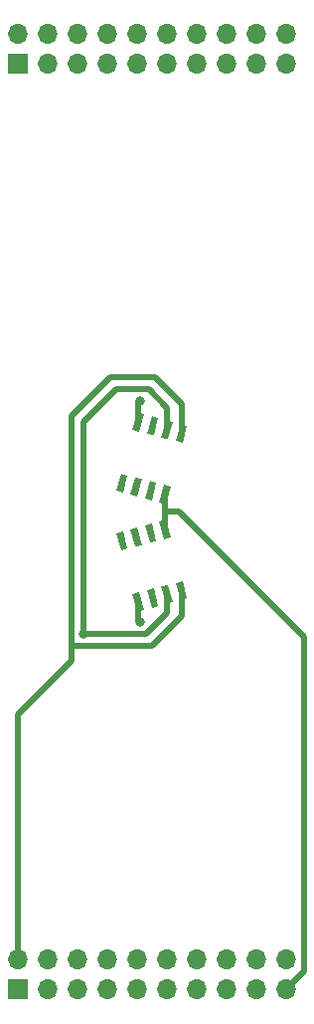
<source format=gbr>
G04 #@! TF.GenerationSoftware,KiCad,Pcbnew,5.0.2-bee76a0~70~ubuntu18.04.1*
G04 #@! TF.CreationDate,2019-10-25T10:51:07+02:00*
G04 #@! TF.ProjectId,atecc,61746563-632e-46b6-9963-61645f706362,rev?*
G04 #@! TF.SameCoordinates,Original*
G04 #@! TF.FileFunction,Copper,L1,Top*
G04 #@! TF.FilePolarity,Positive*
%FSLAX46Y46*%
G04 Gerber Fmt 4.6, Leading zero omitted, Abs format (unit mm)*
G04 Created by KiCad (PCBNEW 5.0.2-bee76a0~70~ubuntu18.04.1) date ven. 25 oct. 2019 10:51:07 CEST*
%MOMM*%
%LPD*%
G01*
G04 APERTURE LIST*
G04 #@! TA.AperFunction,SMDPad,CuDef*
%ADD10C,0.600000*%
G04 #@! TD*
G04 #@! TA.AperFunction,Conductor*
%ADD11C,0.100000*%
G04 #@! TD*
G04 #@! TA.AperFunction,ComponentPad*
%ADD12O,1.700000X1.700000*%
G04 #@! TD*
G04 #@! TA.AperFunction,ComponentPad*
%ADD13R,1.700000X1.700000*%
G04 #@! TD*
G04 #@! TA.AperFunction,ViaPad*
%ADD14C,0.800000*%
G04 #@! TD*
G04 #@! TA.AperFunction,Conductor*
%ADD15C,0.500000*%
G04 #@! TD*
G04 APERTURE END LIST*
D10*
G04 #@! TO.P,U2,8*
G04 #@! TO.N,VDDA*
X61088723Y-121973050D03*
D11*
G04 #@! TD*
G04 #@! TO.N,VDDA*
G04 #@! TO.C,U2*
G36*
X61579086Y-122643997D02*
X60999530Y-122799288D01*
X60598360Y-121302103D01*
X61177916Y-121146812D01*
X61579086Y-122643997D01*
X61579086Y-122643997D01*
G37*
D10*
G04 #@! TO.P,U2,7*
G04 #@! TO.N,Net-(U2-Pad7)*
X62315449Y-121644350D03*
D11*
G04 #@! TD*
G04 #@! TO.N,Net-(U2-Pad7)*
G04 #@! TO.C,U2*
G36*
X62805812Y-122315297D02*
X62226256Y-122470588D01*
X61825086Y-120973403D01*
X62404642Y-120818112D01*
X62805812Y-122315297D01*
X62805812Y-122315297D01*
G37*
D10*
G04 #@! TO.P,U2,6*
G04 #@! TO.N,/D1*
X63542174Y-121315650D03*
D11*
G04 #@! TD*
G04 #@! TO.N,/D1*
G04 #@! TO.C,U2*
G36*
X64032537Y-121986597D02*
X63452981Y-122141888D01*
X63051811Y-120644703D01*
X63631367Y-120489412D01*
X64032537Y-121986597D01*
X64032537Y-121986597D01*
G37*
D10*
G04 #@! TO.P,U2,5*
G04 #@! TO.N,/D0*
X64768900Y-120986949D03*
D11*
G04 #@! TD*
G04 #@! TO.N,/D0*
G04 #@! TO.C,U2*
G36*
X65259263Y-121657896D02*
X64679707Y-121813187D01*
X64278537Y-120316002D01*
X64858093Y-120160711D01*
X65259263Y-121657896D01*
X65259263Y-121657896D01*
G37*
D10*
G04 #@! TO.P,U2,4*
G04 #@! TO.N,GNDA*
X63371277Y-115770950D03*
D11*
G04 #@! TD*
G04 #@! TO.N,GNDA*
G04 #@! TO.C,U2*
G36*
X63861640Y-116441897D02*
X63282084Y-116597188D01*
X62880914Y-115100003D01*
X63460470Y-114944712D01*
X63861640Y-116441897D01*
X63861640Y-116441897D01*
G37*
D10*
G04 #@! TO.P,U2,3*
G04 #@! TO.N,Net-(U2-Pad3)*
X62144551Y-116099650D03*
D11*
G04 #@! TD*
G04 #@! TO.N,Net-(U2-Pad3)*
G04 #@! TO.C,U2*
G36*
X62634914Y-116770597D02*
X62055358Y-116925888D01*
X61654188Y-115428703D01*
X62233744Y-115273412D01*
X62634914Y-116770597D01*
X62634914Y-116770597D01*
G37*
D10*
G04 #@! TO.P,U2,2*
G04 #@! TO.N,Net-(U2-Pad2)*
X60917826Y-116428350D03*
D11*
G04 #@! TD*
G04 #@! TO.N,Net-(U2-Pad2)*
G04 #@! TO.C,U2*
G36*
X61408189Y-117099297D02*
X60828633Y-117254588D01*
X60427463Y-115757403D01*
X61007019Y-115602112D01*
X61408189Y-117099297D01*
X61408189Y-117099297D01*
G37*
D10*
G04 #@! TO.P,U2,1*
G04 #@! TO.N,Net-(U2-Pad1)*
X59691100Y-116757051D03*
D11*
G04 #@! TD*
G04 #@! TO.N,Net-(U2-Pad1)*
G04 #@! TO.C,U2*
G36*
X60181463Y-117427998D02*
X59601907Y-117583289D01*
X59200737Y-116086104D01*
X59780293Y-115930813D01*
X60181463Y-117427998D01*
X60181463Y-117427998D01*
G37*
D10*
G04 #@! TO.P,U1,1*
G04 #@! TO.N,Net-(U1-Pad1)*
X59691100Y-111842949D03*
D11*
G04 #@! TD*
G04 #@! TO.N,Net-(U1-Pad1)*
G04 #@! TO.C,U1*
G36*
X59780293Y-112669187D02*
X59200737Y-112513896D01*
X59601907Y-111016711D01*
X60181463Y-111172002D01*
X59780293Y-112669187D01*
X59780293Y-112669187D01*
G37*
D10*
G04 #@! TO.P,U1,2*
G04 #@! TO.N,Net-(U1-Pad2)*
X60917826Y-112171650D03*
D11*
G04 #@! TD*
G04 #@! TO.N,Net-(U1-Pad2)*
G04 #@! TO.C,U1*
G36*
X61007019Y-112997888D02*
X60427463Y-112842597D01*
X60828633Y-111345412D01*
X61408189Y-111500703D01*
X61007019Y-112997888D01*
X61007019Y-112997888D01*
G37*
D10*
G04 #@! TO.P,U1,3*
G04 #@! TO.N,Net-(U1-Pad3)*
X62144551Y-112500350D03*
D11*
G04 #@! TD*
G04 #@! TO.N,Net-(U1-Pad3)*
G04 #@! TO.C,U1*
G36*
X62233744Y-113326588D02*
X61654188Y-113171297D01*
X62055358Y-111674112D01*
X62634914Y-111829403D01*
X62233744Y-113326588D01*
X62233744Y-113326588D01*
G37*
D10*
G04 #@! TO.P,U1,4*
G04 #@! TO.N,GNDA*
X63371277Y-112829050D03*
D11*
G04 #@! TD*
G04 #@! TO.N,GNDA*
G04 #@! TO.C,U1*
G36*
X63460470Y-113655288D02*
X62880914Y-113499997D01*
X63282084Y-112002812D01*
X63861640Y-112158103D01*
X63460470Y-113655288D01*
X63460470Y-113655288D01*
G37*
D10*
G04 #@! TO.P,U1,5*
G04 #@! TO.N,/D0*
X64768900Y-107613051D03*
D11*
G04 #@! TD*
G04 #@! TO.N,/D0*
G04 #@! TO.C,U1*
G36*
X64858093Y-108439289D02*
X64278537Y-108283998D01*
X64679707Y-106786813D01*
X65259263Y-106942104D01*
X64858093Y-108439289D01*
X64858093Y-108439289D01*
G37*
D10*
G04 #@! TO.P,U1,6*
G04 #@! TO.N,/D1*
X63542174Y-107284350D03*
D11*
G04 #@! TD*
G04 #@! TO.N,/D1*
G04 #@! TO.C,U1*
G36*
X63631367Y-108110588D02*
X63051811Y-107955297D01*
X63452981Y-106458112D01*
X64032537Y-106613403D01*
X63631367Y-108110588D01*
X63631367Y-108110588D01*
G37*
D10*
G04 #@! TO.P,U1,7*
G04 #@! TO.N,Net-(U1-Pad7)*
X62315449Y-106955650D03*
D11*
G04 #@! TD*
G04 #@! TO.N,Net-(U1-Pad7)*
G04 #@! TO.C,U1*
G36*
X62404642Y-107781888D02*
X61825086Y-107626597D01*
X62226256Y-106129412D01*
X62805812Y-106284703D01*
X62404642Y-107781888D01*
X62404642Y-107781888D01*
G37*
D10*
G04 #@! TO.P,U1,8*
G04 #@! TO.N,VDDA*
X61088723Y-106626950D03*
D11*
G04 #@! TD*
G04 #@! TO.N,VDDA*
G04 #@! TO.C,U1*
G36*
X61177916Y-107453188D02*
X60598360Y-107297897D01*
X60999530Y-105800712D01*
X61579086Y-105956003D01*
X61177916Y-107453188D01*
X61177916Y-107453188D01*
G37*
D12*
G04 #@! TO.P,J2,20*
G04 #@! TO.N,Net-(J2-Pad20)*
X73660000Y-73660000D03*
G04 #@! TO.P,J2,19*
G04 #@! TO.N,Net-(J2-Pad19)*
X73660000Y-76200000D03*
G04 #@! TO.P,J2,18*
G04 #@! TO.N,Net-(J2-Pad18)*
X71120000Y-73660000D03*
G04 #@! TO.P,J2,17*
G04 #@! TO.N,Net-(J2-Pad17)*
X71120000Y-76200000D03*
G04 #@! TO.P,J2,16*
G04 #@! TO.N,Net-(J2-Pad16)*
X68580000Y-73660000D03*
G04 #@! TO.P,J2,15*
G04 #@! TO.N,Net-(J2-Pad15)*
X68580000Y-76200000D03*
G04 #@! TO.P,J2,14*
G04 #@! TO.N,Net-(J2-Pad14)*
X66040000Y-73660000D03*
G04 #@! TO.P,J2,13*
G04 #@! TO.N,Net-(J2-Pad13)*
X66040000Y-76200000D03*
G04 #@! TO.P,J2,12*
G04 #@! TO.N,Net-(J2-Pad12)*
X63500000Y-73660000D03*
G04 #@! TO.P,J2,11*
G04 #@! TO.N,Net-(J2-Pad11)*
X63500000Y-76200000D03*
G04 #@! TO.P,J2,10*
G04 #@! TO.N,Net-(J2-Pad10)*
X60960000Y-73660000D03*
G04 #@! TO.P,J2,9*
G04 #@! TO.N,Net-(J2-Pad9)*
X60960000Y-76200000D03*
G04 #@! TO.P,J2,8*
G04 #@! TO.N,Net-(J2-Pad8)*
X58420000Y-73660000D03*
G04 #@! TO.P,J2,7*
G04 #@! TO.N,Net-(J2-Pad7)*
X58420000Y-76200000D03*
G04 #@! TO.P,J2,6*
G04 #@! TO.N,Net-(J2-Pad6)*
X55880000Y-73660000D03*
G04 #@! TO.P,J2,5*
G04 #@! TO.N,Net-(J2-Pad5)*
X55880000Y-76200000D03*
G04 #@! TO.P,J2,4*
G04 #@! TO.N,Net-(J2-Pad4)*
X53340000Y-73660000D03*
G04 #@! TO.P,J2,3*
G04 #@! TO.N,Net-(J2-Pad3)*
X53340000Y-76200000D03*
G04 #@! TO.P,J2,2*
G04 #@! TO.N,Net-(J2-Pad2)*
X50800000Y-73660000D03*
D13*
G04 #@! TO.P,J2,1*
G04 #@! TO.N,Net-(J2-Pad1)*
X50800000Y-76200000D03*
G04 #@! TD*
G04 #@! TO.P,J1,1*
G04 #@! TO.N,/D1*
X50800000Y-154940000D03*
D12*
G04 #@! TO.P,J1,2*
G04 #@! TO.N,/D0*
X50800000Y-152400000D03*
G04 #@! TO.P,J1,3*
G04 #@! TO.N,Net-(J1-Pad3)*
X53340000Y-154940000D03*
G04 #@! TO.P,J1,4*
G04 #@! TO.N,Net-(J1-Pad4)*
X53340000Y-152400000D03*
G04 #@! TO.P,J1,5*
G04 #@! TO.N,Net-(J1-Pad5)*
X55880000Y-154940000D03*
G04 #@! TO.P,J1,6*
G04 #@! TO.N,Net-(J1-Pad6)*
X55880000Y-152400000D03*
G04 #@! TO.P,J1,7*
G04 #@! TO.N,Net-(J1-Pad7)*
X58420000Y-154940000D03*
G04 #@! TO.P,J1,8*
G04 #@! TO.N,Net-(J1-Pad8)*
X58420000Y-152400000D03*
G04 #@! TO.P,J1,9*
G04 #@! TO.N,Net-(J1-Pad9)*
X60960000Y-154940000D03*
G04 #@! TO.P,J1,10*
G04 #@! TO.N,Net-(J1-Pad10)*
X60960000Y-152400000D03*
G04 #@! TO.P,J1,11*
G04 #@! TO.N,Net-(J1-Pad11)*
X63500000Y-154940000D03*
G04 #@! TO.P,J1,12*
G04 #@! TO.N,Net-(J1-Pad12)*
X63500000Y-152400000D03*
G04 #@! TO.P,J1,13*
G04 #@! TO.N,Net-(J1-Pad13)*
X66040000Y-154940000D03*
G04 #@! TO.P,J1,14*
G04 #@! TO.N,Net-(J1-Pad14)*
X66040000Y-152400000D03*
G04 #@! TO.P,J1,15*
G04 #@! TO.N,Net-(J1-Pad15)*
X68580000Y-154940000D03*
G04 #@! TO.P,J1,16*
G04 #@! TO.N,Net-(J1-Pad16)*
X68580000Y-152400000D03*
G04 #@! TO.P,J1,17*
G04 #@! TO.N,GND*
X71120000Y-154940000D03*
G04 #@! TO.P,J1,18*
G04 #@! TO.N,Net-(J1-Pad18)*
X71120000Y-152400000D03*
G04 #@! TO.P,J1,19*
G04 #@! TO.N,GNDA*
X73660000Y-154940000D03*
G04 #@! TO.P,J1,20*
G04 #@! TO.N,VDDA*
X73660000Y-152400000D03*
G04 #@! TD*
D14*
G04 #@! TO.N,VDDA*
X61214000Y-123698000D03*
X61214000Y-104902000D03*
G04 #@! TO.N,/D1*
X56388000Y-124714000D03*
G04 #@! TD*
D15*
G04 #@! TO.N,GNDA*
X63371277Y-112829050D02*
X63371277Y-114300000D01*
X63371277Y-114300000D02*
X63371277Y-115770950D01*
X74509999Y-154090001D02*
X73660000Y-154940000D01*
X75184000Y-124968000D02*
X75184000Y-153416000D01*
X75184000Y-153416000D02*
X74509999Y-154090001D01*
X63371277Y-114300000D02*
X64516000Y-114300000D01*
X64516000Y-114300000D02*
X75184000Y-124968000D01*
G04 #@! TO.N,VDDA*
X61088723Y-121973050D02*
X61088723Y-123572723D01*
X61088723Y-123572723D02*
X61214000Y-123698000D01*
X61088723Y-106626950D02*
X61088723Y-105027277D01*
X61088723Y-105027277D02*
X61214000Y-104902000D01*
G04 #@! TO.N,/D1*
X63542174Y-105452174D02*
X63542174Y-107284350D01*
X59182000Y-103886000D02*
X61976000Y-103886000D01*
X61976000Y-103886000D02*
X63542174Y-105452174D01*
X56388000Y-124714000D02*
X56388000Y-106680000D01*
X56388000Y-106680000D02*
X59182000Y-103886000D01*
X59182000Y-124714000D02*
X56388000Y-124714000D01*
X61722000Y-124714000D02*
X59182000Y-124714000D01*
X63542174Y-121315650D02*
X63542174Y-122893826D01*
X63542174Y-122893826D02*
X61722000Y-124714000D01*
G04 #@! TO.N,/D0*
X50800000Y-131572000D02*
X55372000Y-127000000D01*
X50800000Y-152400000D02*
X50800000Y-131572000D01*
X55372000Y-127000000D02*
X55372000Y-125730000D01*
X62230000Y-125730000D02*
X55372000Y-125730000D01*
X64768900Y-120986949D02*
X64768900Y-123191100D01*
X64768900Y-123191100D02*
X62230000Y-125730000D01*
X64768900Y-105154900D02*
X64768900Y-107613051D01*
X62484000Y-102870000D02*
X64768900Y-105154900D01*
X55372000Y-125730000D02*
X55372000Y-106172000D01*
X58674000Y-102870000D02*
X62484000Y-102870000D01*
X55372000Y-106172000D02*
X58674000Y-102870000D01*
G04 #@! TD*
M02*

</source>
